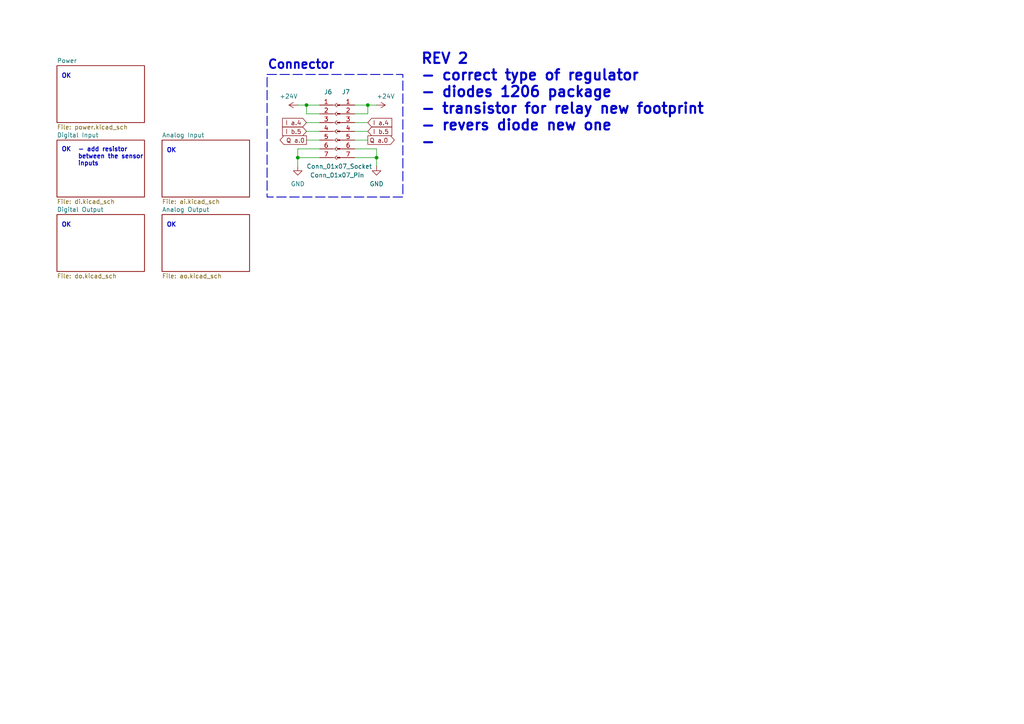
<source format=kicad_sch>
(kicad_sch
	(version 20231120)
	(generator "eeschema")
	(generator_version "8.0")
	(uuid "654dc320-becd-45e3-b37d-e6a5891dd004")
	(paper "A4")
	(title_block
		(title "PLC Shield")
		(date "2023-12-25")
		(rev "1")
		(comment 1 "Odvodené z S7 1200 Simulátor od Jozefa Maceja.")
	)
	(lib_symbols
		(symbol "Connector:Conn_01x07_Pin"
			(pin_names
				(offset 1.016) hide)
			(exclude_from_sim no)
			(in_bom yes)
			(on_board yes)
			(property "Reference" "J"
				(at 0 10.16 0)
				(effects
					(font
						(size 1.27 1.27)
					)
				)
			)
			(property "Value" "Conn_01x07_Pin"
				(at 0 -10.16 0)
				(effects
					(font
						(size 1.27 1.27)
					)
				)
			)
			(property "Footprint" ""
				(at 0 0 0)
				(effects
					(font
						(size 1.27 1.27)
					)
					(hide yes)
				)
			)
			(property "Datasheet" "~"
				(at 0 0 0)
				(effects
					(font
						(size 1.27 1.27)
					)
					(hide yes)
				)
			)
			(property "Description" "Generic connector, single row, 01x07, script generated"
				(at 0 0 0)
				(effects
					(font
						(size 1.27 1.27)
					)
					(hide yes)
				)
			)
			(property "ki_locked" ""
				(at 0 0 0)
				(effects
					(font
						(size 1.27 1.27)
					)
				)
			)
			(property "ki_keywords" "connector"
				(at 0 0 0)
				(effects
					(font
						(size 1.27 1.27)
					)
					(hide yes)
				)
			)
			(property "ki_fp_filters" "Connector*:*_1x??_*"
				(at 0 0 0)
				(effects
					(font
						(size 1.27 1.27)
					)
					(hide yes)
				)
			)
			(symbol "Conn_01x07_Pin_1_1"
				(polyline
					(pts
						(xy 1.27 -7.62) (xy 0.8636 -7.62)
					)
					(stroke
						(width 0.1524)
						(type default)
					)
					(fill
						(type none)
					)
				)
				(polyline
					(pts
						(xy 1.27 -5.08) (xy 0.8636 -5.08)
					)
					(stroke
						(width 0.1524)
						(type default)
					)
					(fill
						(type none)
					)
				)
				(polyline
					(pts
						(xy 1.27 -2.54) (xy 0.8636 -2.54)
					)
					(stroke
						(width 0.1524)
						(type default)
					)
					(fill
						(type none)
					)
				)
				(polyline
					(pts
						(xy 1.27 0) (xy 0.8636 0)
					)
					(stroke
						(width 0.1524)
						(type default)
					)
					(fill
						(type none)
					)
				)
				(polyline
					(pts
						(xy 1.27 2.54) (xy 0.8636 2.54)
					)
					(stroke
						(width 0.1524)
						(type default)
					)
					(fill
						(type none)
					)
				)
				(polyline
					(pts
						(xy 1.27 5.08) (xy 0.8636 5.08)
					)
					(stroke
						(width 0.1524)
						(type default)
					)
					(fill
						(type none)
					)
				)
				(polyline
					(pts
						(xy 1.27 7.62) (xy 0.8636 7.62)
					)
					(stroke
						(width 0.1524)
						(type default)
					)
					(fill
						(type none)
					)
				)
				(rectangle
					(start 0.8636 -7.493)
					(end 0 -7.747)
					(stroke
						(width 0.1524)
						(type default)
					)
					(fill
						(type outline)
					)
				)
				(rectangle
					(start 0.8636 -4.953)
					(end 0 -5.207)
					(stroke
						(width 0.1524)
						(type default)
					)
					(fill
						(type outline)
					)
				)
				(rectangle
					(start 0.8636 -2.413)
					(end 0 -2.667)
					(stroke
						(width 0.1524)
						(type default)
					)
					(fill
						(type outline)
					)
				)
				(rectangle
					(start 0.8636 0.127)
					(end 0 -0.127)
					(stroke
						(width 0.1524)
						(type default)
					)
					(fill
						(type outline)
					)
				)
				(rectangle
					(start 0.8636 2.667)
					(end 0 2.413)
					(stroke
						(width 0.1524)
						(type default)
					)
					(fill
						(type outline)
					)
				)
				(rectangle
					(start 0.8636 5.207)
					(end 0 4.953)
					(stroke
						(width 0.1524)
						(type default)
					)
					(fill
						(type outline)
					)
				)
				(rectangle
					(start 0.8636 7.747)
					(end 0 7.493)
					(stroke
						(width 0.1524)
						(type default)
					)
					(fill
						(type outline)
					)
				)
				(pin passive line
					(at 5.08 7.62 180)
					(length 3.81)
					(name "Pin_1"
						(effects
							(font
								(size 1.27 1.27)
							)
						)
					)
					(number "1"
						(effects
							(font
								(size 1.27 1.27)
							)
						)
					)
				)
				(pin passive line
					(at 5.08 5.08 180)
					(length 3.81)
					(name "Pin_2"
						(effects
							(font
								(size 1.27 1.27)
							)
						)
					)
					(number "2"
						(effects
							(font
								(size 1.27 1.27)
							)
						)
					)
				)
				(pin passive line
					(at 5.08 2.54 180)
					(length 3.81)
					(name "Pin_3"
						(effects
							(font
								(size 1.27 1.27)
							)
						)
					)
					(number "3"
						(effects
							(font
								(size 1.27 1.27)
							)
						)
					)
				)
				(pin passive line
					(at 5.08 0 180)
					(length 3.81)
					(name "Pin_4"
						(effects
							(font
								(size 1.27 1.27)
							)
						)
					)
					(number "4"
						(effects
							(font
								(size 1.27 1.27)
							)
						)
					)
				)
				(pin passive line
					(at 5.08 -2.54 180)
					(length 3.81)
					(name "Pin_5"
						(effects
							(font
								(size 1.27 1.27)
							)
						)
					)
					(number "5"
						(effects
							(font
								(size 1.27 1.27)
							)
						)
					)
				)
				(pin passive line
					(at 5.08 -5.08 180)
					(length 3.81)
					(name "Pin_6"
						(effects
							(font
								(size 1.27 1.27)
							)
						)
					)
					(number "6"
						(effects
							(font
								(size 1.27 1.27)
							)
						)
					)
				)
				(pin passive line
					(at 5.08 -7.62 180)
					(length 3.81)
					(name "Pin_7"
						(effects
							(font
								(size 1.27 1.27)
							)
						)
					)
					(number "7"
						(effects
							(font
								(size 1.27 1.27)
							)
						)
					)
				)
			)
		)
		(symbol "Connector:Conn_01x07_Socket"
			(pin_names
				(offset 1.016) hide)
			(exclude_from_sim no)
			(in_bom yes)
			(on_board yes)
			(property "Reference" "J"
				(at 0 10.16 0)
				(effects
					(font
						(size 1.27 1.27)
					)
				)
			)
			(property "Value" "Conn_01x07_Socket"
				(at 0 -10.16 0)
				(effects
					(font
						(size 1.27 1.27)
					)
				)
			)
			(property "Footprint" ""
				(at 0 0 0)
				(effects
					(font
						(size 1.27 1.27)
					)
					(hide yes)
				)
			)
			(property "Datasheet" "~"
				(at 0 0 0)
				(effects
					(font
						(size 1.27 1.27)
					)
					(hide yes)
				)
			)
			(property "Description" "Generic connector, single row, 01x07, script generated"
				(at 0 0 0)
				(effects
					(font
						(size 1.27 1.27)
					)
					(hide yes)
				)
			)
			(property "ki_locked" ""
				(at 0 0 0)
				(effects
					(font
						(size 1.27 1.27)
					)
				)
			)
			(property "ki_keywords" "connector"
				(at 0 0 0)
				(effects
					(font
						(size 1.27 1.27)
					)
					(hide yes)
				)
			)
			(property "ki_fp_filters" "Connector*:*_1x??_*"
				(at 0 0 0)
				(effects
					(font
						(size 1.27 1.27)
					)
					(hide yes)
				)
			)
			(symbol "Conn_01x07_Socket_1_1"
				(arc
					(start 0 -7.112)
					(mid -0.5058 -7.62)
					(end 0 -8.128)
					(stroke
						(width 0.1524)
						(type default)
					)
					(fill
						(type none)
					)
				)
				(arc
					(start 0 -4.572)
					(mid -0.5058 -5.08)
					(end 0 -5.588)
					(stroke
						(width 0.1524)
						(type default)
					)
					(fill
						(type none)
					)
				)
				(arc
					(start 0 -2.032)
					(mid -0.5058 -2.54)
					(end 0 -3.048)
					(stroke
						(width 0.1524)
						(type default)
					)
					(fill
						(type none)
					)
				)
				(polyline
					(pts
						(xy -1.27 -7.62) (xy -0.508 -7.62)
					)
					(stroke
						(width 0.1524)
						(type default)
					)
					(fill
						(type none)
					)
				)
				(polyline
					(pts
						(xy -1.27 -5.08) (xy -0.508 -5.08)
					)
					(stroke
						(width 0.1524)
						(type default)
					)
					(fill
						(type none)
					)
				)
				(polyline
					(pts
						(xy -1.27 -2.54) (xy -0.508 -2.54)
					)
					(stroke
						(width 0.1524)
						(type default)
					)
					(fill
						(type none)
					)
				)
				(polyline
					(pts
						(xy -1.27 0) (xy -0.508 0)
					)
					(stroke
						(width 0.1524)
						(type default)
					)
					(fill
						(type none)
					)
				)
				(polyline
					(pts
						(xy -1.27 2.54) (xy -0.508 2.54)
					)
					(stroke
						(width 0.1524)
						(type default)
					)
					(fill
						(type none)
					)
				)
				(polyline
					(pts
						(xy -1.27 5.08) (xy -0.508 5.08)
					)
					(stroke
						(width 0.1524)
						(type default)
					)
					(fill
						(type none)
					)
				)
				(polyline
					(pts
						(xy -1.27 7.62) (xy -0.508 7.62)
					)
					(stroke
						(width 0.1524)
						(type default)
					)
					(fill
						(type none)
					)
				)
				(arc
					(start 0 0.508)
					(mid -0.5058 0)
					(end 0 -0.508)
					(stroke
						(width 0.1524)
						(type default)
					)
					(fill
						(type none)
					)
				)
				(arc
					(start 0 3.048)
					(mid -0.5058 2.54)
					(end 0 2.032)
					(stroke
						(width 0.1524)
						(type default)
					)
					(fill
						(type none)
					)
				)
				(arc
					(start 0 5.588)
					(mid -0.5058 5.08)
					(end 0 4.572)
					(stroke
						(width 0.1524)
						(type default)
					)
					(fill
						(type none)
					)
				)
				(arc
					(start 0 8.128)
					(mid -0.5058 7.62)
					(end 0 7.112)
					(stroke
						(width 0.1524)
						(type default)
					)
					(fill
						(type none)
					)
				)
				(pin passive line
					(at -5.08 7.62 0)
					(length 3.81)
					(name "Pin_1"
						(effects
							(font
								(size 1.27 1.27)
							)
						)
					)
					(number "1"
						(effects
							(font
								(size 1.27 1.27)
							)
						)
					)
				)
				(pin passive line
					(at -5.08 5.08 0)
					(length 3.81)
					(name "Pin_2"
						(effects
							(font
								(size 1.27 1.27)
							)
						)
					)
					(number "2"
						(effects
							(font
								(size 1.27 1.27)
							)
						)
					)
				)
				(pin passive line
					(at -5.08 2.54 0)
					(length 3.81)
					(name "Pin_3"
						(effects
							(font
								(size 1.27 1.27)
							)
						)
					)
					(number "3"
						(effects
							(font
								(size 1.27 1.27)
							)
						)
					)
				)
				(pin passive line
					(at -5.08 0 0)
					(length 3.81)
					(name "Pin_4"
						(effects
							(font
								(size 1.27 1.27)
							)
						)
					)
					(number "4"
						(effects
							(font
								(size 1.27 1.27)
							)
						)
					)
				)
				(pin passive line
					(at -5.08 -2.54 0)
					(length 3.81)
					(name "Pin_5"
						(effects
							(font
								(size 1.27 1.27)
							)
						)
					)
					(number "5"
						(effects
							(font
								(size 1.27 1.27)
							)
						)
					)
				)
				(pin passive line
					(at -5.08 -5.08 0)
					(length 3.81)
					(name "Pin_6"
						(effects
							(font
								(size 1.27 1.27)
							)
						)
					)
					(number "6"
						(effects
							(font
								(size 1.27 1.27)
							)
						)
					)
				)
				(pin passive line
					(at -5.08 -7.62 0)
					(length 3.81)
					(name "Pin_7"
						(effects
							(font
								(size 1.27 1.27)
							)
						)
					)
					(number "7"
						(effects
							(font
								(size 1.27 1.27)
							)
						)
					)
				)
			)
		)
		(symbol "power:+24V"
			(power)
			(pin_numbers hide)
			(pin_names
				(offset 0) hide)
			(exclude_from_sim no)
			(in_bom yes)
			(on_board yes)
			(property "Reference" "#PWR"
				(at 0 -3.81 0)
				(effects
					(font
						(size 1.27 1.27)
					)
					(hide yes)
				)
			)
			(property "Value" "+24V"
				(at 0 3.556 0)
				(effects
					(font
						(size 1.27 1.27)
					)
				)
			)
			(property "Footprint" ""
				(at 0 0 0)
				(effects
					(font
						(size 1.27 1.27)
					)
					(hide yes)
				)
			)
			(property "Datasheet" ""
				(at 0 0 0)
				(effects
					(font
						(size 1.27 1.27)
					)
					(hide yes)
				)
			)
			(property "Description" "Power symbol creates a global label with name \"+24V\""
				(at 0 0 0)
				(effects
					(font
						(size 1.27 1.27)
					)
					(hide yes)
				)
			)
			(property "ki_keywords" "global power"
				(at 0 0 0)
				(effects
					(font
						(size 1.27 1.27)
					)
					(hide yes)
				)
			)
			(symbol "+24V_0_1"
				(polyline
					(pts
						(xy -0.762 1.27) (xy 0 2.54)
					)
					(stroke
						(width 0)
						(type default)
					)
					(fill
						(type none)
					)
				)
				(polyline
					(pts
						(xy 0 0) (xy 0 2.54)
					)
					(stroke
						(width 0)
						(type default)
					)
					(fill
						(type none)
					)
				)
				(polyline
					(pts
						(xy 0 2.54) (xy 0.762 1.27)
					)
					(stroke
						(width 0)
						(type default)
					)
					(fill
						(type none)
					)
				)
			)
			(symbol "+24V_1_1"
				(pin power_in line
					(at 0 0 90)
					(length 0)
					(name "~"
						(effects
							(font
								(size 1.27 1.27)
							)
						)
					)
					(number "1"
						(effects
							(font
								(size 1.27 1.27)
							)
						)
					)
				)
			)
		)
		(symbol "power:GND"
			(power)
			(pin_numbers hide)
			(pin_names
				(offset 0) hide)
			(exclude_from_sim no)
			(in_bom yes)
			(on_board yes)
			(property "Reference" "#PWR"
				(at 0 -6.35 0)
				(effects
					(font
						(size 1.27 1.27)
					)
					(hide yes)
				)
			)
			(property "Value" "GND"
				(at 0 -3.81 0)
				(effects
					(font
						(size 1.27 1.27)
					)
				)
			)
			(property "Footprint" ""
				(at 0 0 0)
				(effects
					(font
						(size 1.27 1.27)
					)
					(hide yes)
				)
			)
			(property "Datasheet" ""
				(at 0 0 0)
				(effects
					(font
						(size 1.27 1.27)
					)
					(hide yes)
				)
			)
			(property "Description" "Power symbol creates a global label with name \"GND\" , ground"
				(at 0 0 0)
				(effects
					(font
						(size 1.27 1.27)
					)
					(hide yes)
				)
			)
			(property "ki_keywords" "global power"
				(at 0 0 0)
				(effects
					(font
						(size 1.27 1.27)
					)
					(hide yes)
				)
			)
			(symbol "GND_0_1"
				(polyline
					(pts
						(xy 0 0) (xy 0 -1.27) (xy 1.27 -1.27) (xy 0 -2.54) (xy -1.27 -1.27) (xy 0 -1.27)
					)
					(stroke
						(width 0)
						(type default)
					)
					(fill
						(type none)
					)
				)
			)
			(symbol "GND_1_1"
				(pin power_in line
					(at 0 0 270)
					(length 0)
					(name "~"
						(effects
							(font
								(size 1.27 1.27)
							)
						)
					)
					(number "1"
						(effects
							(font
								(size 1.27 1.27)
							)
						)
					)
				)
			)
		)
	)
	(junction
		(at 109.22 45.72)
		(diameter 0)
		(color 0 0 0 0)
		(uuid "19c3c4ea-23ac-4257-987a-a1732df7c531")
	)
	(junction
		(at 88.9 30.48)
		(diameter 0)
		(color 0 0 0 0)
		(uuid "38a6ea2f-62d2-4453-be8f-5497a30a0af0")
	)
	(junction
		(at 106.68 30.48)
		(diameter 0)
		(color 0 0 0 0)
		(uuid "91485f22-3b62-402f-8bc7-648c38a79b05")
	)
	(junction
		(at 86.36 45.72)
		(diameter 0)
		(color 0 0 0 0)
		(uuid "d23f5bf5-7646-41c0-88aa-4e6e83c10c0e")
	)
	(wire
		(pts
			(xy 106.68 30.48) (xy 109.22 30.48)
		)
		(stroke
			(width 0)
			(type default)
		)
		(uuid "11c9de89-81da-47b5-84dc-6045b4b92d3f")
	)
	(wire
		(pts
			(xy 92.71 35.56) (xy 88.9 35.56)
		)
		(stroke
			(width 0)
			(type default)
		)
		(uuid "241f3790-3cab-4e41-8a7a-a3526f644312")
	)
	(wire
		(pts
			(xy 86.36 45.72) (xy 86.36 48.26)
		)
		(stroke
			(width 0)
			(type default)
		)
		(uuid "2592b11b-dc87-4180-8e6b-740396eb9e35")
	)
	(wire
		(pts
			(xy 102.87 35.56) (xy 106.68 35.56)
		)
		(stroke
			(width 0)
			(type default)
		)
		(uuid "2df38bb5-afdb-433c-92b1-7acd84d50b45")
	)
	(wire
		(pts
			(xy 88.9 33.02) (xy 88.9 30.48)
		)
		(stroke
			(width 0)
			(type default)
		)
		(uuid "33856958-0a6d-46e8-beee-9edd03e30682")
	)
	(wire
		(pts
			(xy 92.71 30.48) (xy 88.9 30.48)
		)
		(stroke
			(width 0)
			(type default)
		)
		(uuid "41d1e7b6-2db3-4dbf-bc15-fdf4873e0007")
	)
	(wire
		(pts
			(xy 88.9 30.48) (xy 86.36 30.48)
		)
		(stroke
			(width 0)
			(type default)
		)
		(uuid "429e84b5-9f36-4a89-bd2c-870be404dfa0")
	)
	(wire
		(pts
			(xy 109.22 43.18) (xy 109.22 45.72)
		)
		(stroke
			(width 0)
			(type default)
		)
		(uuid "5ace19ea-bd07-4326-843d-7bd16f4eadda")
	)
	(wire
		(pts
			(xy 102.87 33.02) (xy 106.68 33.02)
		)
		(stroke
			(width 0)
			(type default)
		)
		(uuid "6b93c951-5d26-4eee-be8e-23f791637983")
	)
	(wire
		(pts
			(xy 92.71 43.18) (xy 86.36 43.18)
		)
		(stroke
			(width 0)
			(type default)
		)
		(uuid "763cd44d-e7a1-44be-959e-23102fccd1a0")
	)
	(wire
		(pts
			(xy 102.87 45.72) (xy 109.22 45.72)
		)
		(stroke
			(width 0)
			(type default)
		)
		(uuid "770f5859-1dac-40ea-842c-57b88bc60d59")
	)
	(wire
		(pts
			(xy 109.22 45.72) (xy 109.22 48.26)
		)
		(stroke
			(width 0)
			(type default)
		)
		(uuid "7b5739f8-4af8-4203-816d-50d225bd9dad")
	)
	(wire
		(pts
			(xy 86.36 43.18) (xy 86.36 45.72)
		)
		(stroke
			(width 0)
			(type default)
		)
		(uuid "97dc33e5-3466-407a-972b-a27a8ceb143d")
	)
	(wire
		(pts
			(xy 102.87 30.48) (xy 106.68 30.48)
		)
		(stroke
			(width 0)
			(type default)
		)
		(uuid "a49bf7eb-1ad6-4718-9b52-3430eb8b3589")
	)
	(wire
		(pts
			(xy 106.68 33.02) (xy 106.68 30.48)
		)
		(stroke
			(width 0)
			(type default)
		)
		(uuid "a5fa1064-300a-49b5-9a89-a694c6fc792d")
	)
	(wire
		(pts
			(xy 102.87 43.18) (xy 109.22 43.18)
		)
		(stroke
			(width 0)
			(type default)
		)
		(uuid "b559edd7-65e3-4815-85c0-9c2bf6392479")
	)
	(wire
		(pts
			(xy 102.87 40.64) (xy 106.68 40.64)
		)
		(stroke
			(width 0)
			(type default)
		)
		(uuid "cac6d752-d5f0-4b02-a68d-8c1bb48b8b08")
	)
	(wire
		(pts
			(xy 86.36 45.72) (xy 92.71 45.72)
		)
		(stroke
			(width 0)
			(type default)
		)
		(uuid "d7eef362-1ec9-4ac9-aa92-424c8aae6a2e")
	)
	(wire
		(pts
			(xy 92.71 40.64) (xy 88.9 40.64)
		)
		(stroke
			(width 0)
			(type default)
		)
		(uuid "e0b73829-17ad-447c-aa94-d6dbcada854c")
	)
	(wire
		(pts
			(xy 92.71 33.02) (xy 88.9 33.02)
		)
		(stroke
			(width 0)
			(type default)
		)
		(uuid "f35a247d-ed70-4e52-b28f-2d6b79c794c1")
	)
	(wire
		(pts
			(xy 92.71 38.1) (xy 88.9 38.1)
		)
		(stroke
			(width 0)
			(type default)
		)
		(uuid "f3dff847-ab78-4986-aea2-a572d52081b6")
	)
	(wire
		(pts
			(xy 102.87 38.1) (xy 106.68 38.1)
		)
		(stroke
			(width 0)
			(type default)
		)
		(uuid "f5795e0b-4e9d-478c-81df-896ea05b63be")
	)
	(rectangle
		(start 77.47 21.59)
		(end 116.84 57.15)
		(stroke
			(width 0.25)
			(type dash)
		)
		(fill
			(type none)
		)
		(uuid 2dd07195-2b9a-42f0-9539-0053ee95c50e)
	)
	(text "REV 2\n- correct type of regulator\n- diodes 1206 package\n- transistor for relay new footprint\n- revers diode new one\n- "
		(exclude_from_sim no)
		(at 121.92 29.21 0)
		(effects
			(font
				(size 3 3)
				(thickness 0.6)
				(bold yes)
			)
			(justify left)
		)
		(uuid "371e03ab-ef0f-4c03-8484-5d8ee20ab61b")
	)
	(text "OK"
		(exclude_from_sim no)
		(at 17.78 66.04 0)
		(effects
			(font
				(size 1.27 1.27)
				(bold yes)
			)
			(justify left bottom)
		)
		(uuid "41ed4ee0-dbd6-4d21-9211-a1fef1668f04")
	)
	(text "Connector"
		(exclude_from_sim no)
		(at 77.47 20.32 0)
		(effects
			(font
				(size 2.54 2.54)
				(bold yes)
			)
			(justify left bottom)
		)
		(uuid "5df45394-6542-4d72-be7d-ad2a0b036168")
	)
	(text "OK"
		(exclude_from_sim no)
		(at 17.78 22.86 0)
		(effects
			(font
				(size 1.27 1.27)
				(thickness 0.254)
				(bold yes)
			)
			(justify left bottom)
		)
		(uuid "74671c5a-ae86-4597-8a35-ca751acc552e")
	)
	(text "OK"
		(exclude_from_sim no)
		(at 48.26 66.04 0)
		(effects
			(font
				(size 1.27 1.27)
				(bold yes)
			)
			(justify left bottom)
		)
		(uuid "88484ae0-db99-4fd6-b93f-4c7236bbd2ac")
	)
	(text "OK 	- add resistor \n	between the sensor\n	inputs"
		(exclude_from_sim no)
		(at 17.78 48.26 0)
		(effects
			(font
				(size 1.27 1.27)
				(thickness 0.254)
				(bold yes)
			)
			(justify left bottom)
		)
		(uuid "ba674d40-b5c0-4eb7-a000-8f92c0513065")
	)
	(text "OK"
		(exclude_from_sim no)
		(at 48.26 44.45 0)
		(effects
			(font
				(size 1.27 1.27)
				(bold yes)
			)
			(justify left bottom)
		)
		(uuid "dca562d9-0be6-47b9-b02c-da61b6324c5a")
	)
	(global_label "I b.5"
		(shape input)
		(at 88.9 38.1 180)
		(fields_autoplaced yes)
		(effects
			(font
				(size 1.27 1.27)
			)
			(justify right)
		)
		(uuid "15548f34-b829-498f-9053-c02de07a17a7")
		(property "Intersheetrefs" "${INTERSHEET_REFS}"
			(at 81.6641 38.1 0)
			(effects
				(font
					(size 1.27 1.27)
				)
				(justify right)
				(hide yes)
			)
		)
	)
	(global_label "I a.4"
		(shape input)
		(at 88.9 35.56 180)
		(fields_autoplaced yes)
		(effects
			(font
				(size 1.27 1.27)
			)
			(justify right)
		)
		(uuid "856a5f3d-9f13-40e0-96f7-1a922b96ef38")
		(property "Intersheetrefs" "${INTERSHEET_REFS}"
			(at 81.6641 35.56 0)
			(effects
				(font
					(size 1.27 1.27)
				)
				(justify right)
				(hide yes)
			)
		)
	)
	(global_label "I a.4"
		(shape input)
		(at 106.68 35.56 0)
		(fields_autoplaced yes)
		(effects
			(font
				(size 1.27 1.27)
			)
			(justify left)
		)
		(uuid "ba3238b4-5a64-497c-9185-686b2ddd4810")
		(property "Intersheetrefs" "${INTERSHEET_REFS}"
			(at 113.9159 35.56 0)
			(effects
				(font
					(size 1.27 1.27)
				)
				(justify left)
				(hide yes)
			)
		)
	)
	(global_label "I b.5"
		(shape input)
		(at 106.68 38.1 0)
		(fields_autoplaced yes)
		(effects
			(font
				(size 1.27 1.27)
			)
			(justify left)
		)
		(uuid "bbb7427c-5d56-48c5-9fa9-78de8832d3aa")
		(property "Intersheetrefs" "${INTERSHEET_REFS}"
			(at 113.9159 38.1 0)
			(effects
				(font
					(size 1.27 1.27)
				)
				(justify left)
				(hide yes)
			)
		)
	)
	(global_label "Q a.0"
		(shape output)
		(at 106.68 40.64 0)
		(fields_autoplaced yes)
		(effects
			(font
				(size 1.27 1.27)
			)
			(justify left)
		)
		(uuid "cd477710-31a3-4f9c-9223-7cb1c260ba52")
		(property "Intersheetrefs" "${INTERSHEET_REFS}"
			(at 114.6416 40.64 0)
			(effects
				(font
					(size 1.27 1.27)
				)
				(justify left)
				(hide yes)
			)
		)
	)
	(global_label "Q a.0"
		(shape output)
		(at 88.9 40.64 180)
		(fields_autoplaced yes)
		(effects
			(font
				(size 1.27 1.27)
			)
			(justify right)
		)
		(uuid "f9c95c83-09dc-4951-9419-ab691028d4f6")
		(property "Intersheetrefs" "${INTERSHEET_REFS}"
			(at 80.9384 40.64 0)
			(effects
				(font
					(size 1.27 1.27)
				)
				(justify right)
				(hide yes)
			)
		)
	)
	(symbol
		(lib_id "power:+24V")
		(at 109.22 30.48 270)
		(unit 1)
		(exclude_from_sim no)
		(in_bom yes)
		(on_board yes)
		(dnp no)
		(uuid "1fac7ea6-cb28-49f4-b9a2-b0888f2adab0")
		(property "Reference" "#PWR03"
			(at 105.41 30.48 0)
			(effects
				(font
					(size 1.27 1.27)
				)
				(hide yes)
			)
		)
		(property "Value" "+24V"
			(at 109.22 27.94 90)
			(effects
				(font
					(size 1.27 1.27)
				)
				(justify left)
			)
		)
		(property "Footprint" ""
			(at 109.22 30.48 0)
			(effects
				(font
					(size 1.27 1.27)
				)
				(hide yes)
			)
		)
		(property "Datasheet" ""
			(at 109.22 30.48 0)
			(effects
				(font
					(size 1.27 1.27)
				)
				(hide yes)
			)
		)
		(property "Description" "Power symbol creates a global label with name \"+24V\""
			(at 109.22 30.48 0)
			(effects
				(font
					(size 1.27 1.27)
				)
				(hide yes)
			)
		)
		(pin "1"
			(uuid "190e24ff-e71e-498b-975d-5eee78cd43df")
		)
		(instances
			(project "PLC_shield"
				(path "/654dc320-becd-45e3-b37d-e6a5891dd004"
					(reference "#PWR03")
					(unit 1)
				)
			)
		)
	)
	(symbol
		(lib_id "Connector:Conn_01x07_Pin")
		(at 97.79 38.1 0)
		(unit 1)
		(exclude_from_sim no)
		(in_bom yes)
		(on_board yes)
		(dnp no)
		(uuid "62813465-1302-4df9-b991-05c9c69c5c90")
		(property "Reference" "J7"
			(at 100.33 26.67 0)
			(effects
				(font
					(size 1.27 1.27)
				)
			)
		)
		(property "Value" "Conn_01x07_Pin"
			(at 97.79 50.8 0)
			(effects
				(font
					(size 1.27 1.27)
				)
			)
		)
		(property "Footprint" "Connector_PinHeader_2.54mm:PinHeader_1x07_P2.54mm_Horizontal"
			(at 97.79 38.1 0)
			(effects
				(font
					(size 1.27 1.27)
				)
				(hide yes)
			)
		)
		(property "Datasheet" "~"
			(at 97.79 38.1 0)
			(effects
				(font
					(size 1.27 1.27)
				)
				(hide yes)
			)
		)
		(property "Description" "Generic connector, single row, 01x07, script generated"
			(at 97.79 38.1 0)
			(effects
				(font
					(size 1.27 1.27)
				)
				(hide yes)
			)
		)
		(pin "1"
			(uuid "473cb1fc-462a-404d-95a6-1240ee6bd30d")
		)
		(pin "2"
			(uuid "5f346708-eeb3-49d3-a9f9-1ea9dea4d682")
		)
		(pin "3"
			(uuid "cba89a24-5e91-42d1-b3ae-b5b4e424f1ba")
		)
		(pin "4"
			(uuid "39a287bd-35fc-4713-8430-a2a62e421679")
		)
		(pin "5"
			(uuid "da02d3a6-b896-4347-8daa-4529c703eb42")
		)
		(pin "6"
			(uuid "cf5444b8-a616-4cee-af48-274ee84bebff")
		)
		(pin "7"
			(uuid "66dc1269-2ea0-4357-8c74-e19780acbe33")
		)
		(instances
			(project "PLC_shield"
				(path "/654dc320-becd-45e3-b37d-e6a5891dd004"
					(reference "J7")
					(unit 1)
				)
			)
		)
	)
	(symbol
		(lib_id "power:GND")
		(at 86.36 48.26 0)
		(unit 1)
		(exclude_from_sim no)
		(in_bom yes)
		(on_board yes)
		(dnp no)
		(fields_autoplaced yes)
		(uuid "9a1163b6-2109-42f8-8854-3a003b664bbc")
		(property "Reference" "#PWR02"
			(at 86.36 54.61 0)
			(effects
				(font
					(size 1.27 1.27)
				)
				(hide yes)
			)
		)
		(property "Value" "GND"
			(at 86.36 53.34 0)
			(effects
				(font
					(size 1.27 1.27)
				)
			)
		)
		(property "Footprint" ""
			(at 86.36 48.26 0)
			(effects
				(font
					(size 1.27 1.27)
				)
				(hide yes)
			)
		)
		(property "Datasheet" ""
			(at 86.36 48.26 0)
			(effects
				(font
					(size 1.27 1.27)
				)
				(hide yes)
			)
		)
		(property "Description" "Power symbol creates a global label with name \"GND\" , ground"
			(at 86.36 48.26 0)
			(effects
				(font
					(size 1.27 1.27)
				)
				(hide yes)
			)
		)
		(pin "1"
			(uuid "1a304ea6-8cbd-446c-b2c8-46f2de6c1081")
		)
		(instances
			(project "PLC_shield"
				(path "/654dc320-becd-45e3-b37d-e6a5891dd004"
					(reference "#PWR02")
					(unit 1)
				)
			)
		)
	)
	(symbol
		(lib_id "Connector:Conn_01x07_Socket")
		(at 97.79 38.1 0)
		(unit 1)
		(exclude_from_sim no)
		(in_bom yes)
		(on_board yes)
		(dnp no)
		(uuid "b2cc2488-c0ad-4163-b8d8-5faf8bfdb3d7")
		(property "Reference" "J6"
			(at 93.98 26.67 0)
			(effects
				(font
					(size 1.27 1.27)
				)
				(justify left)
			)
		)
		(property "Value" "Conn_01x07_Socket"
			(at 88.9 48.26 0)
			(effects
				(font
					(size 1.27 1.27)
				)
				(justify left)
			)
		)
		(property "Footprint" "Connector_PinSocket_2.54mm:PinSocket_1x07_P2.54mm_Horizontal"
			(at 97.79 38.1 0)
			(effects
				(font
					(size 1.27 1.27)
				)
				(hide yes)
			)
		)
		(property "Datasheet" "~"
			(at 97.79 38.1 0)
			(effects
				(font
					(size 1.27 1.27)
				)
				(hide yes)
			)
		)
		(property "Description" "Generic connector, single row, 01x07, script generated"
			(at 97.79 38.1 0)
			(effects
				(font
					(size 1.27 1.27)
				)
				(hide yes)
			)
		)
		(pin "1"
			(uuid "d31554cf-71ed-4c80-8130-c7b94c9bb369")
		)
		(pin "2"
			(uuid "d96ab6a1-880e-470e-a64b-ca38a1b105cb")
		)
		(pin "3"
			(uuid "f8150286-1d8c-439b-a805-b776b3b8072f")
		)
		(pin "4"
			(uuid "9cd02e5a-c88f-45dc-a177-9936f394c7f6")
		)
		(pin "5"
			(uuid "1f28053b-f922-490e-8a7e-0aad484a528f")
		)
		(pin "6"
			(uuid "0ea9114e-5468-4eeb-a284-96177b8f8fbd")
		)
		(pin "7"
			(uuid "11958677-25a4-4a0c-a8e7-0365ff9b6109")
		)
		(instances
			(project "PLC_shield"
				(path "/654dc320-becd-45e3-b37d-e6a5891dd004"
					(reference "J6")
					(unit 1)
				)
			)
		)
	)
	(symbol
		(lib_id "power:GND")
		(at 109.22 48.26 0)
		(unit 1)
		(exclude_from_sim no)
		(in_bom yes)
		(on_board yes)
		(dnp no)
		(fields_autoplaced yes)
		(uuid "bd785567-f5f1-43a8-b788-d363b8fb666a")
		(property "Reference" "#PWR04"
			(at 109.22 54.61 0)
			(effects
				(font
					(size 1.27 1.27)
				)
				(hide yes)
			)
		)
		(property "Value" "GND"
			(at 109.22 53.34 0)
			(effects
				(font
					(size 1.27 1.27)
				)
			)
		)
		(property "Footprint" ""
			(at 109.22 48.26 0)
			(effects
				(font
					(size 1.27 1.27)
				)
				(hide yes)
			)
		)
		(property "Datasheet" ""
			(at 109.22 48.26 0)
			(effects
				(font
					(size 1.27 1.27)
				)
				(hide yes)
			)
		)
		(property "Description" "Power symbol creates a global label with name \"GND\" , ground"
			(at 109.22 48.26 0)
			(effects
				(font
					(size 1.27 1.27)
				)
				(hide yes)
			)
		)
		(pin "1"
			(uuid "d1f817d6-e090-4908-aba2-048e5ea58585")
		)
		(instances
			(project "PLC_shield"
				(path "/654dc320-becd-45e3-b37d-e6a5891dd004"
					(reference "#PWR04")
					(unit 1)
				)
			)
		)
	)
	(symbol
		(lib_id "power:+24V")
		(at 86.36 30.48 90)
		(unit 1)
		(exclude_from_sim no)
		(in_bom yes)
		(on_board yes)
		(dnp no)
		(uuid "db0bafb9-1583-44ae-b160-7e09b087e772")
		(property "Reference" "#PWR01"
			(at 90.17 30.48 0)
			(effects
				(font
					(size 1.27 1.27)
				)
				(hide yes)
			)
		)
		(property "Value" "+24V"
			(at 86.36 27.94 90)
			(effects
				(font
					(size 1.27 1.27)
				)
				(justify left)
			)
		)
		(property "Footprint" ""
			(at 86.36 30.48 0)
			(effects
				(font
					(size 1.27 1.27)
				)
				(hide yes)
			)
		)
		(property "Datasheet" ""
			(at 86.36 30.48 0)
			(effects
				(font
					(size 1.27 1.27)
				)
				(hide yes)
			)
		)
		(property "Description" "Power symbol creates a global label with name \"+24V\""
			(at 86.36 30.48 0)
			(effects
				(font
					(size 1.27 1.27)
				)
				(hide yes)
			)
		)
		(pin "1"
			(uuid "46377960-d04d-4fb3-b907-87cce02d6fb4")
		)
		(instances
			(project "PLC_shield"
				(path "/654dc320-becd-45e3-b37d-e6a5891dd004"
					(reference "#PWR01")
					(unit 1)
				)
			)
		)
	)
	(sheet
		(at 16.51 19.05)
		(size 25.4 16.51)
		(fields_autoplaced yes)
		(stroke
			(width 0.1524)
			(type solid)
		)
		(fill
			(color 0 0 0 0.0000)
		)
		(uuid "122093f3-588d-4d15-a0ec-f4f26cb0a260")
		(property "Sheetname" "Power"
			(at 16.51 18.3384 0)
			(effects
				(font
					(size 1.27 1.27)
				)
				(justify left bottom)
			)
		)
		(property "Sheetfile" "power.kicad_sch"
			(at 16.51 36.1446 0)
			(effects
				(font
					(size 1.27 1.27)
				)
				(justify left top)
			)
		)
		(instances
			(project "PLC_shield"
				(path "/654dc320-becd-45e3-b37d-e6a5891dd004"
					(page "2")
				)
			)
		)
	)
	(sheet
		(at 46.99 40.64)
		(size 25.4 16.51)
		(fields_autoplaced yes)
		(stroke
			(width 0.1524)
			(type solid)
		)
		(fill
			(color 0 0 0 0.0000)
		)
		(uuid "25f59e80-ddd1-4179-8481-a025c0d14b03")
		(property "Sheetname" "Analog Input"
			(at 46.99 39.9284 0)
			(effects
				(font
					(size 1.27 1.27)
				)
				(justify left bottom)
			)
		)
		(property "Sheetfile" "ai.kicad_sch"
			(at 46.99 57.7346 0)
			(effects
				(font
					(size 1.27 1.27)
				)
				(justify left top)
			)
		)
		(instances
			(project "PLC_shield"
				(path "/654dc320-becd-45e3-b37d-e6a5891dd004"
					(page "4")
				)
			)
		)
	)
	(sheet
		(at 46.99 62.23)
		(size 25.4 16.51)
		(fields_autoplaced yes)
		(stroke
			(width 0.1524)
			(type solid)
		)
		(fill
			(color 0 0 0 0.0000)
		)
		(uuid "8b2bebc4-f15c-4397-b76b-4ba49caabcce")
		(property "Sheetname" "Analog Output"
			(at 46.99 61.5184 0)
			(effects
				(font
					(size 1.27 1.27)
				)
				(justify left bottom)
			)
		)
		(property "Sheetfile" "ao.kicad_sch"
			(at 46.99 79.3246 0)
			(effects
				(font
					(size 1.27 1.27)
				)
				(justify left top)
			)
		)
		(instances
			(project "PLC_shield"
				(path "/654dc320-becd-45e3-b37d-e6a5891dd004"
					(page "6")
				)
			)
		)
	)
	(sheet
		(at 16.51 62.23)
		(size 25.4 16.51)
		(fields_autoplaced yes)
		(stroke
			(width 0.1524)
			(type solid)
		)
		(fill
			(color 0 0 0 0.0000)
		)
		(uuid "d98f5d91-ab71-4f96-bdce-6d07ffa41e1e")
		(property "Sheetname" "Digital Output"
			(at 16.51 61.5184 0)
			(effects
				(font
					(size 1.27 1.27)
				)
				(justify left bottom)
			)
		)
		(property "Sheetfile" "do.kicad_sch"
			(at 16.51 79.3246 0)
			(effects
				(font
					(size 1.27 1.27)
				)
				(justify left top)
			)
		)
		(instances
			(project "PLC_shield"
				(path "/654dc320-becd-45e3-b37d-e6a5891dd004"
					(page "5")
				)
			)
		)
	)
	(sheet
		(at 16.51 40.64)
		(size 25.4 16.51)
		(fields_autoplaced yes)
		(stroke
			(width 0.1524)
			(type solid)
		)
		(fill
			(color 0 0 0 0.0000)
		)
		(uuid "f198860d-f63f-42b7-ae52-0518cf6b9334")
		(property "Sheetname" "Digital Input"
			(at 16.51 39.9284 0)
			(effects
				(font
					(size 1.27 1.27)
				)
				(justify left bottom)
			)
		)
		(property "Sheetfile" "di.kicad_sch"
			(at 16.51 57.7346 0)
			(effects
				(font
					(size 1.27 1.27)
				)
				(justify left top)
			)
		)
		(instances
			(project "PLC_shield"
				(path "/654dc320-becd-45e3-b37d-e6a5891dd004"
					(page "3")
				)
			)
		)
	)
	(sheet_instances
		(path "/"
			(page "1")
		)
	)
)

</source>
